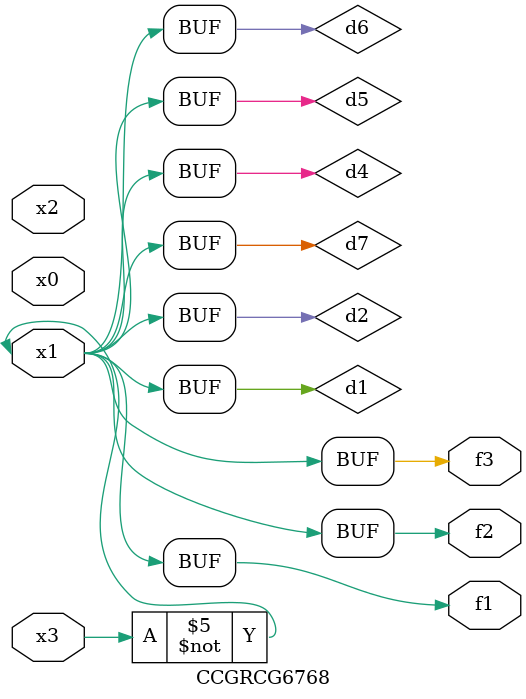
<source format=v>
module CCGRCG6768(
	input x0, x1, x2, x3,
	output f1, f2, f3
);

	wire d1, d2, d3, d4, d5, d6, d7;

	not (d1, x3);
	buf (d2, x1);
	xnor (d3, d1, d2);
	nor (d4, d1);
	buf (d5, d1, d2);
	buf (d6, d4, d5);
	nand (d7, d4);
	assign f1 = d6;
	assign f2 = d7;
	assign f3 = d6;
endmodule

</source>
